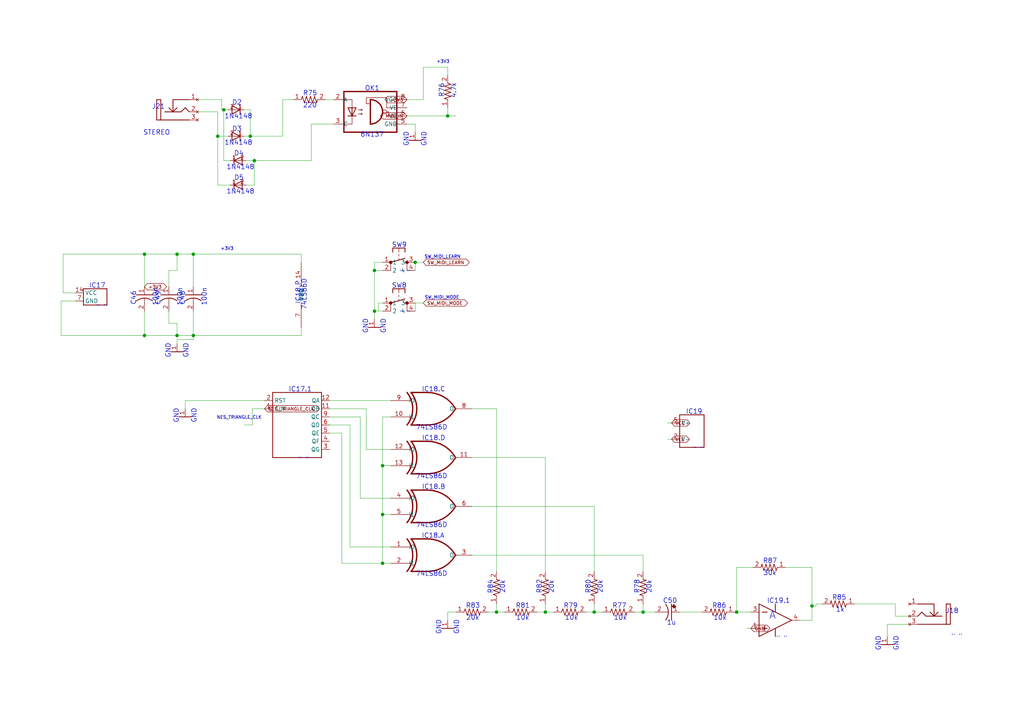
<source format=kicad_sch>
(kicad_sch (version 20231120) (generator "eeschema") (generator_version "8.0")
  (paper "User" 319.532 222.885)
  (lib_symbols
    (symbol "threshold-eagle-import:6N137SMT"
      (symbol "6N137SMT_1_0"
        (arc (start 0 -3.81) (mid 3.81 0) (end 0 3.81) (stroke (width 0.406)))
        (polyline (pts (xy -8.89 -3.81) (xy -5.715 -3.81)) (stroke (width 0.152)))
        (polyline (pts (xy -8.89 3.81) (xy -5.715 3.81)) (stroke (width 0.152)))
        (polyline (pts (xy -8.255 6.35) (xy -8.255 -6.35)) (stroke (width 0.406)))
        (polyline (pts (xy -5.715 -3.81) (xy -5.715 -1.27)) (stroke (width 0.152)))
        (polyline (pts (xy -5.715 -1.27) (xy -6.985 -1.27)) (stroke (width 0.254)))
        (polyline (pts (xy -5.715 -1.27) (xy -6.985 1.27)) (stroke (width 0.254)))
        (polyline (pts (xy -5.715 1.27) (xy -6.985 1.27)) (stroke (width 0.254)))
        (polyline (pts (xy -5.715 1.27) (xy -5.715 -1.27)) (stroke (width 0.254)))
        (polyline (pts (xy -5.715 1.27) (xy -5.715 3.81)) (stroke (width 0.152)))
        (polyline (pts (xy -4.445 -1.27) (xy -5.715 -1.27)) (stroke (width 0.254)))
        (polyline (pts (xy -4.445 1.27) (xy -5.715 -1.27)) (stroke (width 0.254)))
        (polyline (pts (xy -4.445 1.27) (xy -5.715 1.27)) (stroke (width 0.254)))
        (polyline (pts (xy -3.81 -0.635) (xy -2.54 -0.635)) (stroke (width 0.152)))
        (polyline (pts (xy -3.81 0.635) (xy -2.54 0.635)) (stroke (width 0.152)))
        (polyline (pts (xy -2.54 -0.635) (xy -2.921 -0.889)) (stroke (width 0.152)))
        (polyline (pts (xy -2.54 -0.635) (xy -2.921 -0.381)) (stroke (width 0.152)))
        (polyline (pts (xy -2.54 0.635) (xy -2.921 0.381)) (stroke (width 0.152)))
        (polyline (pts (xy -2.54 0.635) (xy -2.921 0.889)) (stroke (width 0.152)))
        (polyline (pts (xy -1.27 2.54) (xy -1.27 4.445)) (stroke (width 0.152)))
        (polyline (pts (xy -1.27 4.445) (xy 5.08 4.445)) (stroke (width 0.152)))
        (polyline (pts (xy 0 2.54) (xy -1.27 2.54)) (stroke (width 0.152)))
        (polyline (pts (xy 0 2.54) (xy 0 -3.81)) (stroke (width 0.406)))
        (polyline (pts (xy 0 3.81) (xy 0 2.54)) (stroke (width 0.406)))
        (polyline (pts (xy 5.08 0) (xy 5.715 0)) (stroke (width 0.152)))
        (polyline (pts (xy 5.08 1.27) (xy 8.89 1.27)) (stroke (width 0.152)))
        (polyline (pts (xy 5.08 4.445) (xy 5.08 1.27)) (stroke (width 0.152)))
        (polyline (pts (xy 5.715 -1.27) (xy 6.35 -1.27)) (stroke (width 0.152)))
        (polyline (pts (xy 5.715 0) (xy 5.715 -1.27)) (stroke (width 0.152)))
        (polyline (pts (xy 6.477 -1.27) (xy 8.89 -1.27)) (stroke (width 0.152)))
        (polyline (pts (xy 7.112 -3.81) (xy 8.89 -3.81)) (stroke (width 0.152)))
        (polyline (pts (xy 7.112 3.81) (xy 8.89 3.81)) (stroke (width 0.152)))
        (polyline (pts (xy 8.255 -6.35) (xy -8.255 -6.35)) (stroke (width 0.406)))
        (polyline (pts (xy 8.255 6.35) (xy -8.255 6.35)) (stroke (width 0.406)))
        (polyline (pts (xy 8.255 6.35) (xy 8.255 -6.35)) (stroke (width 0.406)))
        (circle (center 4.445 0) (radius 0.635) (stroke (width 0.152)))
        (pin passive line (at -11.43 3.81 0) (length 2.54) (name "A") (number "2"))
        (pin passive line (at -11.43 -3.81 0) (length 2.54) (name "C") (number "3"))
        (pin passive line (at 11.43 -3.81 180) (length 2.54) (name "GND") (number "5"))
        (pin passive line (at 11.43 -1.27 180) (length 2.54) (name "VO") (number "6"))
        (pin passive line (at 11.43 1.27 180) (length 2.54) (name "VE") (number "7"))
        (pin passive line (at 11.43 3.81 180) (length 2.54) (name "VCC") (number "8"))
      )
    )
    (symbol "threshold-eagle-import:74LS86D"
      (symbol "74LS86D_1_0"
        (arc (start -7.62 -5.08) (mid -5.838 -0.0001) (end -7.6199 5.0799) (stroke (width 0.406)))
        (arc (start -6.35 -5.08) (mid -4.568 -0.0001) (end -6.3499 5.0799) (stroke (width 0.406)))
        (arc (start -1.245 -5.068) (mid 3.837 -3.6891) (end 7.5439 0.0509) (stroke (width 0.406)))
        (polyline (pts (xy -7.62 -2.54) (xy -6.35 -2.54)) (stroke (width 0.152)))
        (polyline (pts (xy -7.62 2.54) (xy -6.35 2.54)) (stroke (width 0.152)))
        (polyline (pts (xy -1.27 -5.08) (xy -6.35 -5.08)) (stroke (width 0.406)))
        (polyline (pts (xy -1.27 5.08) (xy -6.35 5.08)) (stroke (width 0.406)))
        (arc (start 7.544 -0.051) (mid 3.8371 3.689) (end -1.2449 5.0679) (stroke (width 0.406)))
        (pin input line (at -12.7 2.54 0) (length 5.08) (name "I0") (number "1"))
        (pin input line (at -12.7 -2.54 0) (length 5.08) (name "I1") (number "2"))
        (pin output line (at 12.7 0 180) (length 5.08) (name "O") (number "3"))
      )
      (symbol "74LS86D_2_0"
        (arc (start -7.62 -5.08) (mid -5.838 -0.0001) (end -7.6199 5.0799) (stroke (width 0.406)))
        (arc (start -6.35 -5.08) (mid -4.568 -0.0001) (end -6.3499 5.0799) (stroke (width 0.406)))
        (arc (start -1.245 -5.068) (mid 3.837 -3.6891) (end 7.5439 0.0509) (stroke (width 0.406)))
        (polyline (pts (xy -7.62 -2.54) (xy -6.35 -2.54)) (stroke (width 0.152)))
        (polyline (pts (xy -7.62 2.54) (xy -6.35 2.54)) (stroke (width 0.152)))
        (polyline (pts (xy -1.27 -5.08) (xy -6.35 -5.08)) (stroke (width 0.406)))
        (polyline (pts (xy -1.27 5.08) (xy -6.35 5.08)) (stroke (width 0.406)))
        (arc (start 7.544 -0.051) (mid 3.8371 3.689) (end -1.2449 5.0679) (stroke (width 0.406)))
        (pin input line (at -12.7 2.54 0) (length 5.08) (name "I0") (number "4"))
        (pin input line (at -12.7 -2.54 0) (length 5.08) (name "I1") (number "5"))
        (pin output line (at 12.7 0 180) (length 5.08) (name "O") (number "6"))
      )
      (symbol "74LS86D_3_0"
        (arc (start -7.62 -5.08) (mid -5.838 -0.0001) (end -7.6199 5.0799) (stroke (width 0.406)))
        (arc (start -6.35 -5.08) (mid -4.568 -0.0001) (end -6.3499 5.0799) (stroke (width 0.406)))
        (arc (start -1.245 -5.068) (mid 3.837 -3.6891) (end 7.5439 0.0509) (stroke (width 0.406)))
        (polyline (pts (xy -7.62 -2.54) (xy -6.35 -2.54)) (stroke (width 0.152)))
        (polyline (pts (xy -7.62 2.54) (xy -6.35 2.54)) (stroke (width 0.152)))
        (polyline (pts (xy -1.27 -5.08) (xy -6.35 -5.08)) (stroke (width 0.406)))
        (polyline (pts (xy -1.27 5.08) (xy -6.35 5.08)) (stroke (width 0.406)))
        (arc (start 7.544 -0.051) (mid 3.8371 3.689) (end -1.2449 5.0679) (stroke (width 0.406)))
        (pin input line (at -12.7 -2.54 0) (length 5.08) (name "I1") (number "10"))
        (pin output line (at 12.7 0 180) (length 5.08) (name "O") (number "8"))
        (pin input line (at -12.7 2.54 0) (length 5.08) (name "I0") (number "9"))
      )
      (symbol "74LS86D_4_0"
        (arc (start -7.62 -5.08) (mid -5.838 -0.0001) (end -7.6199 5.0799) (stroke (width 0.406)))
        (arc (start -6.35 -5.08) (mid -4.568 -0.0001) (end -6.3499 5.0799) (stroke (width 0.406)))
        (arc (start -1.245 -5.068) (mid 3.837 -3.6891) (end 7.5439 0.0509) (stroke (width 0.406)))
        (polyline (pts (xy -7.62 -2.54) (xy -6.35 -2.54)) (stroke (width 0.152)))
        (polyline (pts (xy -7.62 2.54) (xy -6.35 2.54)) (stroke (width 0.152)))
        (polyline (pts (xy -1.27 -5.08) (xy -6.35 -5.08)) (stroke (width 0.406)))
        (polyline (pts (xy -1.27 5.08) (xy -6.35 5.08)) (stroke (width 0.406)))
        (arc (start 7.544 -0.051) (mid 3.8371 3.689) (end -1.2449 5.0679) (stroke (width 0.406)))
        (pin output line (at 12.7 0 180) (length 5.08) (name "O") (number "11"))
        (pin input line (at -12.7 2.54 0) (length 5.08) (name "I0") (number "12"))
        (pin input line (at -12.7 -2.54 0) (length 5.08) (name "I1") (number "13"))
      )
      (symbol "74LS86D_5_0"
        (pin power_in line (at 0 10.16 270) (length 7.62) (name "VCC") (number "14"))
        (pin power_in line (at 0 -10.16 90) (length 7.62) (name "GND") (number "7"))
      )
    )
    (symbol "threshold-eagle-import:C-USC0603"
      (symbol "C-USC0603_1_0"
        (polyline (pts (xy -2.54 1.27) (xy 2.54 1.27)) (stroke (width 0.254)))
        (polyline (pts (xy 0 0.254) (xy 0 -1.27)) (stroke (width 0.152)))
        (arc (start 0 0.254) (mid -1.3021 0.0399) (end -2.467 -0.58) (stroke (width 0.254)))
        (arc (start 2.489 -0.584) (mid 1.3157 0.0506) (end 0 0.2701) (stroke (width 0.254)))
        (pin passive line (at 0 3.81 270) (length 2.54) (name "1") (number "1"))
        (pin passive line (at 0 -3.81 90) (length 2.54) (name "2") (number "2"))
      )
    )
    (symbol "threshold-eagle-import:CPOL-USB_26"
      (symbol "CPOL-USB_26_1_0"
        (arc (start -1.172 -2.489) (mid -0.5374 -1.3157) (end -0.318 0) (stroke (width 0.254)))
        (arc (start -0.334 0) (mid -0.548 1.3021) (end -1.168 2.467) (stroke (width 0.254)))
        (polyline (pts (xy -0.334 0) (xy -1.858 0)) (stroke (width 0.152)))
        (polyline (pts (xy 0.682 2.54) (xy 0.682 -2.54)) (stroke (width 0.254)))
        (polyline (pts (xy 0.969 1.744) (xy 0.969 1.872)) (stroke (width 0.333)))
        (polyline (pts (xy 0.969 1.872) (xy 1.858 1.872)) (stroke (width 0.333)))
        (polyline (pts (xy 1.35 1.364) (xy 1.35 2.253)) (stroke (width 0.333)))
        (polyline (pts (xy 1.35 2.253) (xy 1.476 2.253)) (stroke (width 0.333)))
        (polyline (pts (xy 1.476 1.364) (xy 1.35 1.364)) (stroke (width 0.333)))
        (polyline (pts (xy 1.476 2.253) (xy 1.476 1.364)) (stroke (width 0.333)))
        (polyline (pts (xy 1.858 1.744) (xy 0.969 1.744)) (stroke (width 0.333)))
        (polyline (pts (xy 1.858 1.872) (xy 1.858 1.744)) (stroke (width 0.333)))
        (pin passive line (at 3.222 0 180) (length 2.54) (name "+") (number "1"))
        (pin passive line (at -4.398 0 0) (length 2.54) (name "-") (number "2"))
      )
    )
    (symbol "threshold-eagle-import:DIODE-SOD123_16"
      (symbol "DIODE-SOD123_16_1_0"
        (polyline (pts (xy -1.27 -1.27) (xy 1.27 -1.27)) (stroke (width 0.254)))
        (polyline (pts (xy -1.27 1.27) (xy 0 1.27)) (stroke (width 0.254)))
        (polyline (pts (xy 0 1.27) (xy -1.27 -1.27)) (stroke (width 0.254)))
        (polyline (pts (xy 0 1.27) (xy 1.27 1.27)) (stroke (width 0.254)))
        (polyline (pts (xy 1.27 -1.27) (xy 0 1.27)) (stroke (width 0.254)))
        (pin passive line (at 0 2.54 270) (length 2.54) (name "C") (number "1"))
        (pin passive line (at 0 -2.54 90) (length 2.54) (name "A") (number "2"))
      )
    )
    (symbol "threshold-eagle-import:GND" (power)
      (symbol "GND_1_0"
        (polyline (pts (xy -1.905 0) (xy 1.905 0)) (stroke (width 0.254)))
        (pin power_in line (at 0 2.54 270) (length 2.54) (name "GND") (number "1"))
      )
    )
    (symbol "threshold-eagle-import:LM321MF"
      (symbol "LM321MF_1_0"
        (polyline (pts (xy -5.08 -5.08) (xy 5.08 0)) (stroke (width 0.25)))
        (polyline (pts (xy -5.08 5.08) (xy -5.08 -5.08)) (stroke (width 0.25)))
        (polyline (pts (xy -5.08 5.08) (xy 5.08 0)) (stroke (width 0.25)))
        (polyline (pts (xy -4.064 -2.54) (xy -2.54 -2.54)) (stroke (width 0.25)))
        (polyline (pts (xy -4.064 2.54) (xy -2.54 2.54)) (stroke (width 0.25)))
        (polyline (pts (xy -3.302 -1.778) (xy -3.302 -3.302)) (stroke (width 0.25)))
        (polyline (pts (xy 0 -2.54) (xy 0 -5.08)) (stroke (width 0.25)))
        (polyline (pts (xy 0 5.08) (xy 0 2.54)) (stroke (width 0.25)))
        (pin input line (at -7.62 -2.54 0) (length 2.54) (name "IN+") (number "1"))
        (pin input line (at -7.62 2.54 0) (length 2.54) (name "IN-") (number "3"))
        (pin output line (at 7.62 0 180) (length 2.54) (name "OUT") (number "4"))
      )
      (symbol "LM321MF_2_0"
        (polyline (pts (xy -3.81 -5.08) (xy -3.81 5.08)) (stroke (width 0.25)))
        (polyline (pts (xy -3.81 5.08) (xy 3.81 5.08)) (stroke (width 0.25)))
        (polyline (pts (xy 3.81 -5.08) (xy -3.81 -5.08)) (stroke (width 0.25)))
        (polyline (pts (xy 3.81 5.08) (xy 3.81 -5.08)) (stroke (width 0.25)))
        (pin power_in line (at -6.35 -2.54 0) (length 2.54) (name "V-") (number "2"))
        (pin power_in line (at -6.35 2.54 0) (length 2.54) (name "V+") (number "5"))
      )
    )
    (symbol "threshold-eagle-import:M74HC4024M1R"
      (symbol "M74HC4024M1R_1_0"
        (polyline (pts (xy -7.62 -10.16) (xy -7.62 10.16)) (stroke (width 0.25)))
        (polyline (pts (xy -7.62 -10.16) (xy 7.62 -10.16)) (stroke (width 0.25)))
        (polyline (pts (xy -7.62 10.16) (xy 7.62 10.16)) (stroke (width 0.25)))
        (polyline (pts (xy 7.62 10.16) (xy 7.62 -10.16)) (stroke (width 0.25)))
        (pin input inverted (at -10.16 5.08 0) (length 2.54) (name "CLK") (number "1"))
        (pin output line (at 10.16 5.08 180) (length 2.54) (name "QB") (number "11"))
        (pin output line (at 10.16 7.62 180) (length 2.54) (name "QA") (number "12"))
        (pin input line (at -10.16 7.62 0) (length 2.54) (name "RST") (number "2"))
        (pin output line (at 10.16 -7.62 180) (length 2.54) (name "QG") (number "3"))
        (pin output line (at 10.16 -5.08 180) (length 2.54) (name "QF") (number "4"))
        (pin output line (at 10.16 -2.54 180) (length 2.54) (name "QE") (number "5"))
        (pin output line (at 10.16 0 180) (length 2.54) (name "QD") (number "6"))
        (pin output line (at 10.16 2.54 180) (length 2.54) (name "QC") (number "9"))
      )
      (symbol "M74HC4024M1R_2_0"
        (polyline (pts (xy -3.667 -2.54) (xy -3.667 2.54)) (stroke (width 0.25)))
        (polyline (pts (xy -3.667 2.54) (xy 3.667 2.54)) (stroke (width 0.25)))
        (polyline (pts (xy 3.667 -2.54) (xy -3.667 -2.54)) (stroke (width 0.25)))
        (polyline (pts (xy 3.667 2.54) (xy 3.667 -2.54)) (stroke (width 0.25)))
        (pin power_in line (at -6.207 1.27 0) (length 2.54) (name "VCC") (number "14"))
        (pin power_in line (at -6.207 -1.27 0) (length 2.54) (name "GND") (number "7"))
      )
    )
    (symbol "threshold-eagle-import:R-US_R0603"
      (symbol "R-US_R0603_1_0"
        (polyline (pts (xy -1.016 -2.159) (xy 1.016 -1.524)) (stroke (width 0.203)))
        (polyline (pts (xy -1.016 -0.889) (xy 1.016 -0.254)) (stroke (width 0.203)))
        (polyline (pts (xy -1.016 0.381) (xy 1.016 1.016)) (stroke (width 0.203)))
        (polyline (pts (xy -1.016 1.651) (xy 1.016 2.286)) (stroke (width 0.203)))
        (polyline (pts (xy 0 -2.54) (xy -1.016 -2.159)) (stroke (width 0.203)))
        (polyline (pts (xy 1.016 -1.524) (xy -1.016 -0.889)) (stroke (width 0.203)))
        (polyline (pts (xy 1.016 -0.254) (xy -1.016 0.381)) (stroke (width 0.203)))
        (polyline (pts (xy 1.016 1.016) (xy -1.016 1.651)) (stroke (width 0.203)))
        (polyline (pts (xy 1.016 2.286) (xy 0 2.54)) (stroke (width 0.203)))
        (pin passive line (at 0 -5.08 90) (length 2.54) (name "1") (number "1"))
        (pin passive line (at 0 5.08 270) (length 2.54) (name "2") (number "2"))
      )
    )
    (symbol "threshold-eagle-import:R-US_R0603_32"
      (symbol "R-US_R0603_32_1_0"
        (polyline (pts (xy -2.54 0) (xy -2.159 1.016)) (stroke (width 0.203)))
        (polyline (pts (xy -2.159 1.016) (xy -1.524 -1.016)) (stroke (width 0.203)))
        (polyline (pts (xy -1.524 -1.016) (xy -0.889 1.016)) (stroke (width 0.203)))
        (polyline (pts (xy -0.889 1.016) (xy -0.254 -1.016)) (stroke (width 0.203)))
        (polyline (pts (xy -0.254 -1.016) (xy 0.381 1.016)) (stroke (width 0.203)))
        (polyline (pts (xy 0.381 1.016) (xy 1.016 -1.016)) (stroke (width 0.203)))
        (polyline (pts (xy 1.016 -1.016) (xy 1.651 1.016)) (stroke (width 0.203)))
        (polyline (pts (xy 1.651 1.016) (xy 2.286 -1.016)) (stroke (width 0.203)))
        (polyline (pts (xy 2.286 -1.016) (xy 2.54 0)) (stroke (width 0.203)))
        (pin passive line (at -5.08 0 0) (length 2.54) (name "1") (number "1"))
        (pin passive line (at 5.08 0 180) (length 2.54) (name "2") (number "2"))
      )
    )
    (symbol "threshold-eagle-import:R-US_R0603_33"
      (symbol "R-US_R0603_33_1_0"
        (polyline (pts (xy -2.286 1.016) (xy -2.54 0)) (stroke (width 0.203)))
        (polyline (pts (xy -1.651 -1.016) (xy -2.286 1.016)) (stroke (width 0.203)))
        (polyline (pts (xy -1.016 1.016) (xy -1.651 -1.016)) (stroke (width 0.203)))
        (polyline (pts (xy -0.381 -1.016) (xy -1.016 1.016)) (stroke (width 0.203)))
        (polyline (pts (xy 0.254 1.016) (xy -0.381 -1.016)) (stroke (width 0.203)))
        (polyline (pts (xy 0.889 -1.016) (xy 0.254 1.016)) (stroke (width 0.203)))
        (polyline (pts (xy 1.524 1.016) (xy 0.889 -1.016)) (stroke (width 0.203)))
        (polyline (pts (xy 2.159 -1.016) (xy 1.524 1.016)) (stroke (width 0.203)))
        (polyline (pts (xy 2.54 0) (xy 2.159 -1.016)) (stroke (width 0.203)))
        (pin passive line (at 5.08 0 180) (length 2.54) (name "1") (number "1"))
        (pin passive line (at -5.08 0 0) (length 2.54) (name "2") (number "2"))
      )
    )
    (symbol "threshold-eagle-import:TAC_SWITCHPTH"
      (symbol "TAC_SWITCHPTH_1_0"
        (circle (center -2.54 -0.953) (radius 0.127) (stroke (width 0.406)))
        (polyline (pts (xy -2.54 -3.492) (xy -2.54 -0.952)) (stroke (width 0.152)))
        (polyline (pts (xy -2.54 -0.952) (xy 1.905 0.317)) (stroke (width 0.254)))
        (polyline (pts (xy -1.905 3.492) (xy -1.905 2.222)) (stroke (width 0.254)))
        (polyline (pts (xy 0 0.317) (xy 0 -0.317)) (stroke (width 0.152)))
        (polyline (pts (xy 0 1.587) (xy 0 0.952)) (stroke (width 0.152)))
        (polyline (pts (xy 0 3.492) (xy -1.905 3.492)) (stroke (width 0.254)))
        (polyline (pts (xy 0 3.492) (xy 0 2.222)) (stroke (width 0.152)))
        (polyline (pts (xy 1.905 -0.952) (xy 2.54 -0.952)) (stroke (width 0.254)))
        (polyline (pts (xy 1.905 3.492) (xy 0 3.492)) (stroke (width 0.254)))
        (polyline (pts (xy 1.905 3.492) (xy 1.905 2.222)) (stroke (width 0.254)))
        (polyline (pts (xy 2.54 -3.492) (xy 2.54 -0.952)) (stroke (width 0.152)))
        (circle (center 2.54 -0.953) (radius 0.127) (stroke (width 0.406)))
        (pin passive line (at -5.08 -0.952 0) (length 2.54) (name "1") (number "1"))
        (pin passive line (at -5.08 -3.492 0) (length 2.54) (name "2") (number "2"))
        (pin passive line (at 5.08 -0.952 180) (length 2.54) (name "3") (number "3"))
        (pin passive line (at 5.08 -3.492 180) (length 2.54) (name "4") (number "4"))
      )
    )
    (symbol "threshold-eagle-import:THONKICONN"
      (symbol "THONKICONN_1_0"
        (polyline (pts (xy 0 0) (xy 0 6.35)) (stroke (width 0.25)))
        (polyline (pts (xy 0 6.35) (xy 1.27 6.35)) (stroke (width 0.25)))
        (polyline (pts (xy 1.27 0) (xy 0 0)) (stroke (width 0.25)))
        (polyline (pts (xy 1.27 0) (xy 10.16 0)) (stroke (width 0.25)))
        (polyline (pts (xy 1.27 6.35) (xy 1.27 0)) (stroke (width 0.25)))
        (polyline (pts (xy 3.81 3.81) (xy 5.08 2.54)) (stroke (width 0.25)))
        (polyline (pts (xy 5.08 2.54) (xy 5.08 6.35)) (stroke (width 0.25)))
        (polyline (pts (xy 6.35 3.81) (xy 5.08 2.54)) (stroke (width 0.25)))
        (polyline (pts (xy 7.62 2.54) (xy 2.54 2.54)) (stroke (width 0.25)))
        (polyline (pts (xy 8.89 3.81) (xy 7.62 2.54)) (stroke (width 0.25)))
        (polyline (pts (xy 10.16 2.54) (xy 8.89 3.81)) (stroke (width 0.25)))
        (polyline (pts (xy 10.16 6.35) (xy 5.08 6.35)) (stroke (width 0.25)))
        (pin no_connect line (at 12.7 6.35 180) (length 2.54) (name "TN") (number "1"))
        (pin no_connect line (at 12.7 2.54 180) (length 2.54) (name "Tip") (number "2"))
        (pin no_connect line (at 12.7 0 180) (length 2.54) (name "GND") (number "3"))
      )
    )
    (symbol "threshold-eagle-import:THONKICONN_35"
      (symbol "THONKICONN_35_1_0"
        (polyline (pts (xy 0 -6.35) (xy 0 0)) (stroke (width 0.25)))
        (polyline (pts (xy 0 0) (xy 1.27 0)) (stroke (width 0.25)))
        (polyline (pts (xy 1.27 -6.35) (xy 0 -6.35)) (stroke (width 0.25)))
        (polyline (pts (xy 1.27 0) (xy 1.27 -6.35)) (stroke (width 0.25)))
        (polyline (pts (xy 1.27 0) (xy 10.16 0)) (stroke (width 0.25)))
        (polyline (pts (xy 3.81 -3.81) (xy 5.08 -2.54)) (stroke (width 0.25)))
        (polyline (pts (xy 5.08 -2.54) (xy 5.08 -6.35)) (stroke (width 0.25)))
        (polyline (pts (xy 6.35 -3.81) (xy 5.08 -2.54)) (stroke (width 0.25)))
        (polyline (pts (xy 7.62 -2.54) (xy 2.54 -2.54)) (stroke (width 0.25)))
        (polyline (pts (xy 8.89 -3.81) (xy 7.62 -2.54)) (stroke (width 0.25)))
        (polyline (pts (xy 10.16 -6.35) (xy 5.08 -6.35)) (stroke (width 0.25)))
        (polyline (pts (xy 10.16 -2.54) (xy 8.89 -3.81)) (stroke (width 0.25)))
        (pin no_connect line (at 12.7 -6.35 180) (length 2.54) (name "TN") (number "1"))
        (pin no_connect line (at 12.7 -2.54 180) (length 2.54) (name "Tip") (number "2"))
        (pin no_connect line (at 12.7 0 180) (length 2.54) (name "GND") (number "3"))
      )
    )
  )
  (junction (at 79.375 50.165))
  (junction (at 67.945 42.545))
  (junction (at 185.42 191.135))
  (junction (at 60.325 79.375))
  (junction (at 129.54 81.915))
  (junction (at 116.84 97.155))
  (junction (at 119.38 145.415))
  (junction (at 69.85 34.29))
  (junction (at 154.94 191.135))
  (junction (at 229.87 191.135))
  (junction (at 170.18 191.135))
  (junction (at 45.085 79.375))
  (junction (at 119.38 175.895))
  (junction (at 78.105 42.545))
  (junction (at 116.84 84.455))
  (junction (at 45.085 104.775))
  (junction (at 253.365 189.23))
  (junction (at 139.7 36.195))
  (junction (at 119.38 160.655))
  (junction (at 55.245 79.375))
  (junction (at 60.325 104.775))
  (junction (at 200.66 191.135))
  (junction (at 55.245 104.775))
  (wire (pts (xy 139.7 36.195) (xy 139.7 33.655)) (stroke (width 0.1)))
  (wire (pts (xy 119.38 84.455) (xy 116.84 84.455)) (stroke (width 0.1)))
  (wire (pts (xy 45.085 97.155) (xy 45.085 104.775)) (stroke (width 0.1)))
  (wire (pts (xy 60.325 97.155) (xy 60.325 104.775)) (stroke (width 0.1)))
  (wire (pts (xy 119.38 94.615) (xy 118.11 94.615)) (stroke (width 0.1)))
  (wire (pts (xy 104.14 31.115) (xy 101.6 31.115)) (stroke (width 0.1)))
  (wire (pts (xy 119.38 175.895) (xy 121.92 175.895)) (stroke (width 0.1)))
  (wire (pts (xy 78.105 42.545) (xy 76.2 42.545)) (stroke (width 0.1)))
  (wire (pts (xy 67.945 34.925) (xy 61.595 34.925)) (stroke (width 0.1)))
  (wire (pts (xy 71.12 34.29) (xy 69.85 34.29)) (stroke (width 0.1)))
  (wire (pts (xy 76.835 57.785) (xy 79.375 57.785)) (stroke (width 0.1)))
  (wire (pts (xy 279.4 192.405) (xy 283.845 192.405)) (stroke (width 0.1)))
  (wire (pts (xy 254.635 189.23) (xy 253.365 189.23)) (stroke (width 0.1)))
  (wire (pts (xy 78.74 127.635) (xy 78.74 132.715)) (stroke (width 0.1)))
  (wire (pts (xy 60.325 104.775) (xy 60.325 106.045)) (stroke (width 0.1)))
  (wire (pts (xy 97.155 38.735) (xy 97.155 50.165)) (stroke (width 0.1)))
  (wire (pts (xy 52.705 100.965) (xy 55.245 100.965)) (stroke (width 0.1)))
  (wire (pts (xy 55.245 104.775) (xy 60.325 104.775)) (stroke (width 0.1)))
  (wire (pts (xy 57.785 125.095) (xy 82.55 125.095)) (stroke (width 0.1)))
  (wire (pts (xy 116.84 97.155) (xy 119.38 97.155)) (stroke (width 0.1)))
  (wire (pts (xy 132.08 81.915) (xy 129.54 81.915)) (stroke (width 0.1)))
  (wire (pts (xy 119.38 81.915) (xy 116.84 81.915)) (stroke (width 0.1)))
  (wire (pts (xy 19.685 79.375) (xy 45.085 79.375)) (stroke (width 0.1)))
  (wire (pts (xy 219.075 191.135) (xy 212.09 191.135)) (stroke (width 0.1)))
  (wire (pts (xy 127 31.115) (xy 132.08 31.115)) (stroke (width 0.1)))
  (wire (pts (xy 88.265 42.545) (xy 88.265 31.115)) (stroke (width 0.1)))
  (wire (pts (xy 139.7 20.955) (xy 139.7 23.495)) (stroke (width 0.1)))
  (wire (pts (xy 52.705 89.535) (xy 52.705 84.455)) (stroke (width 0.1)))
  (wire (pts (xy 55.245 106.045) (xy 55.245 107.315)) (stroke (width 0.1)))
  (wire (pts (xy 79.375 50.165) (xy 76.835 50.165)) (stroke (width 0.1)))
  (wire (pts (xy 170.18 142.875) (xy 170.18 178.435)) (stroke (width 0.1)))
  (wire (pts (xy 69.215 31.115) (xy 61.595 31.115)) (stroke (width 0.1)))
  (wire (pts (xy 78.74 132.715) (xy 76.2 132.715)) (stroke (width 0.1)))
  (wire (pts (xy 279.4 188.595) (xy 279.4 192.405)) (stroke (width 0.1)))
  (wire (pts (xy 76.2 34.29) (xy 78.105 34.29)) (stroke (width 0.1)))
  (wire (pts (xy 116.84 81.915) (xy 116.84 84.455)) (stroke (width 0.1)))
  (wire (pts (xy 256.54 188.595) (xy 254.635 188.595)) (stroke (width 0.1)))
  (wire (pts (xy 129.54 38.735) (xy 129.54 41.275)) (stroke (width 0.1)))
  (wire (pts (xy 209.55 132.08) (xy 208.28 132.08)) (stroke (width 0.1)))
  (wire (pts (xy 55.245 79.375) (xy 45.085 79.375)) (stroke (width 0.1)))
  (wire (pts (xy 102.87 125.095) (xy 121.92 125.095)) (stroke (width 0.1)))
  (wire (pts (xy 116.84 97.155) (xy 116.84 99.695)) (stroke (width 0.1)))
  (wire (pts (xy 200.66 173.355) (xy 200.66 178.435)) (stroke (width 0.1)))
  (wire (pts (xy 102.87 132.715) (xy 109.22 132.715)) (stroke (width 0.1)))
  (wire (pts (xy 78.105 42.545) (xy 88.265 42.545)) (stroke (width 0.1)))
  (wire (pts (xy 114.3 127.635) (xy 114.3 140.335)) (stroke (width 0.1)))
  (wire (pts (xy 254.635 188.595) (xy 254.635 189.23)) (stroke (width 0.1)))
  (wire (pts (xy 114.3 140.335) (xy 121.92 140.335)) (stroke (width 0.1)))
  (wire (pts (xy 119.38 145.415) (xy 121.92 145.415)) (stroke (width 0.1)))
  (wire (pts (xy 60.325 89.535) (xy 60.325 79.375)) (stroke (width 0.1)))
  (wire (pts (xy 119.38 130.175) (xy 121.92 130.175)) (stroke (width 0.1)))
  (wire (pts (xy 139.7 191.135) (xy 139.7 193.675)) (stroke (width 0.1)))
  (wire (pts (xy 45.085 89.535) (xy 45.085 79.375)) (stroke (width 0.1)))
  (wire (pts (xy 200.66 191.135) (xy 200.66 188.595)) (stroke (width 0.1)))
  (wire (pts (xy 167.64 191.135) (xy 170.18 191.135)) (stroke (width 0.1)))
  (wire (pts (xy 118.11 94.615) (xy 118.11 97.155)) (stroke (width 0.1)))
  (wire (pts (xy 142.24 191.135) (xy 139.7 191.135)) (stroke (width 0.1)))
  (wire (pts (xy 129.54 94.615) (xy 129.54 97.155)) (stroke (width 0.1)))
  (wire (pts (xy 154.94 191.135) (xy 157.48 191.135)) (stroke (width 0.1)))
  (wire (pts (xy 182.88 191.135) (xy 185.42 191.135)) (stroke (width 0.1)))
  (wire (pts (xy 79.375 57.785) (xy 79.375 50.165)) (stroke (width 0.1)))
  (wire (pts (xy 109.22 132.715) (xy 109.22 170.815)) (stroke (width 0.1)))
  (wire (pts (xy 19.05 93.98) (xy 19.05 104.775)) (stroke (width 0.1)))
  (wire (pts (xy 147.32 158.115) (xy 185.42 158.115)) (stroke (width 0.1)))
  (wire (pts (xy 69.85 50.165) (xy 71.755 50.165)) (stroke (width 0.1)))
  (wire (pts (xy 112.395 130.175) (xy 112.395 155.575)) (stroke (width 0.1)))
  (wire (pts (xy 253.365 193.675) (xy 249.555 193.675)) (stroke (width 0.1)))
  (wire (pts (xy 119.38 175.895) (xy 119.38 160.655)) (stroke (width 0.1)))
  (wire (pts (xy 127 36.195) (xy 139.7 36.195)) (stroke (width 0.1)))
  (wire (pts (xy 152.4 191.135) (xy 154.94 191.135)) (stroke (width 0.1)))
  (wire (pts (xy 109.22 170.815) (xy 121.92 170.815)) (stroke (width 0.1)))
  (wire (pts (xy 93.98 79.375) (xy 93.98 81.915)) (stroke (width 0.1)))
  (wire (pts (xy 69.215 34.29) (xy 69.215 31.115)) (stroke (width 0.1)))
  (wire (pts (xy 82.55 127.635) (xy 78.74 127.635)) (stroke (width 0.1)))
  (wire (pts (xy 60.325 79.375) (xy 93.98 79.375)) (stroke (width 0.1)))
  (wire (pts (xy 23.495 93.98) (xy 19.05 93.98)) (stroke (width 0.1)))
  (wire (pts (xy 55.245 104.775) (xy 45.085 104.775)) (stroke (width 0.1)))
  (wire (pts (xy 132.08 20.955) (xy 139.7 20.955)) (stroke (width 0.1)))
  (wire (pts (xy 185.42 188.595) (xy 185.42 191.135)) (stroke (width 0.1)))
  (wire (pts (xy 19.05 104.775) (xy 45.085 104.775)) (stroke (width 0.1)))
  (wire (pts (xy 23.495 91.44) (xy 19.685 91.44)) (stroke (width 0.1)))
  (wire (pts (xy 67.945 57.785) (xy 71.755 57.785)) (stroke (width 0.1)))
  (wire (pts (xy 104.14 38.735) (xy 97.155 38.735)) (stroke (width 0.1)))
  (wire (pts (xy 69.85 34.29) (xy 69.85 50.165)) (stroke (width 0.1)))
  (wire (pts (xy 55.245 79.375) (xy 60.325 79.375)) (stroke (width 0.1)))
  (wire (pts (xy 185.42 158.115) (xy 185.42 178.435)) (stroke (width 0.1)))
  (wire (pts (xy 198.12 191.135) (xy 200.66 191.135)) (stroke (width 0.1)))
  (wire (pts (xy 129.54 81.915) (xy 129.54 84.455)) (stroke (width 0.1)))
  (wire (pts (xy 102.87 127.635) (xy 114.3 127.635)) (stroke (width 0.1)))
  (wire (pts (xy 132.08 31.115) (xy 132.08 20.955)) (stroke (width 0.1)))
  (wire (pts (xy 229.235 191.135) (xy 229.87 191.135)) (stroke (width 0.1)))
  (wire (pts (xy 112.395 155.575) (xy 121.92 155.575)) (stroke (width 0.1)))
  (wire (pts (xy 69.85 34.29) (xy 69.215 34.29)) (stroke (width 0.1)))
  (wire (pts (xy 19.685 91.44) (xy 19.685 79.375)) (stroke (width 0.1)))
  (wire (pts (xy 132.08 94.615) (xy 129.54 94.615)) (stroke (width 0.1)))
  (wire (pts (xy 60.325 104.775) (xy 93.98 104.775)) (stroke (width 0.1)))
  (wire (pts (xy 147.32 173.355) (xy 200.66 173.355)) (stroke (width 0.1)))
  (wire (pts (xy 253.365 177.165) (xy 253.365 189.23)) (stroke (width 0.1)))
  (wire (pts (xy 102.87 135.255) (xy 106.68 135.255)) (stroke (width 0.1)))
  (wire (pts (xy 154.94 127.635) (xy 154.94 178.435)) (stroke (width 0.1)))
  (wire (pts (xy 93.98 104.775) (xy 93.98 102.235)) (stroke (width 0.1)))
  (wire (pts (xy 147.32 127.635) (xy 154.94 127.635)) (stroke (width 0.1)))
  (wire (pts (xy 209.55 137.16) (xy 208.28 137.16)) (stroke (width 0.1)))
  (wire (pts (xy 55.245 100.965) (xy 55.245 104.775)) (stroke (width 0.1)))
  (wire (pts (xy 60.325 106.045) (xy 55.245 106.045)) (stroke (width 0.1)))
  (wire (pts (xy 245.11 177.165) (xy 253.365 177.165)) (stroke (width 0.1)))
  (wire (pts (xy 116.84 84.455) (xy 116.84 97.155)) (stroke (width 0.1)))
  (wire (pts (xy 229.87 177.165) (xy 229.87 191.135)) (stroke (width 0.1)))
  (wire (pts (xy 276.86 194.945) (xy 276.86 198.755)) (stroke (width 0.1)))
  (wire (pts (xy 55.245 84.455) (xy 55.245 79.375)) (stroke (width 0.1)))
  (wire (pts (xy 200.66 191.135) (xy 204.47 191.135)) (stroke (width 0.1)))
  (wire (pts (xy 154.94 188.595) (xy 154.94 191.135)) (stroke (width 0.1)))
  (wire (pts (xy 234.95 177.165) (xy 229.87 177.165)) (stroke (width 0.1)))
  (wire (pts (xy 234.315 196.215) (xy 233.045 196.215)) (stroke (width 0.1)))
  (wire (pts (xy 52.705 84.455) (xy 55.245 84.455)) (stroke (width 0.1)))
  (wire (pts (xy 119.38 145.415) (xy 119.38 130.175)) (stroke (width 0.1)))
  (wire (pts (xy 119.38 160.655) (xy 121.92 160.655)) (stroke (width 0.1)))
  (wire (pts (xy 139.7 36.195) (xy 142.24 36.195)) (stroke (width 0.1)))
  (wire (pts (xy 119.38 160.655) (xy 119.38 145.415)) (stroke (width 0.1)))
  (wire (pts (xy 88.265 31.115) (xy 91.44 31.115)) (stroke (width 0.1)))
  (wire (pts (xy 71.12 42.545) (xy 67.945 42.545)) (stroke (width 0.1)))
  (wire (pts (xy 106.68 175.895) (xy 119.38 175.895)) (stroke (width 0.1)))
  (wire (pts (xy 147.32 142.875) (xy 170.18 142.875)) (stroke (width 0.1)))
  (wire (pts (xy 229.87 191.135) (xy 234.315 191.135)) (stroke (width 0.1)))
  (wire (pts (xy 170.18 191.135) (xy 172.72 191.135)) (stroke (width 0.1)))
  (wire (pts (xy 253.365 189.23) (xy 253.365 193.675)) (stroke (width 0.1)))
  (wire (pts (xy 266.7 188.595) (xy 279.4 188.595)) (stroke (width 0.1)))
  (wire (pts (xy 106.68 135.255) (xy 106.68 175.895)) (stroke (width 0.1)))
  (wire (pts (xy 57.785 127.635) (xy 57.785 125.095)) (stroke (width 0.1)))
  (wire (pts (xy 170.18 188.595) (xy 170.18 191.135)) (stroke (width 0.1)))
  (wire (pts (xy 78.105 34.29) (xy 78.105 42.545)) (stroke (width 0.1)))
  (wire (pts (xy 97.155 50.165) (xy 79.375 50.165)) (stroke (width 0.1)))
  (wire (pts (xy 283.845 194.945) (xy 276.86 194.945)) (stroke (width 0.1)))
  (wire (pts (xy 67.945 42.545) (xy 67.945 34.925)) (stroke (width 0.1)))
  (wire (pts (xy 102.87 130.175) (xy 112.395 130.175)) (stroke (width 0.1)))
  (wire (pts (xy 127 38.735) (xy 129.54 38.735)) (stroke (width 0.1)))
  (wire (pts (xy 185.42 191.135) (xy 187.96 191.135)) (stroke (width 0.1)))
  (wire (pts (xy 67.945 42.545) (xy 67.945 57.785)) (stroke (width 0.1)))
  (wire (pts (xy 52.705 97.155) (xy 52.705 100.965)) (stroke (width 0.1)))
  (text "220" (at 94.518 32.131 0) (effects (font (size 1.48 1.48)) (justify left top)))
  (text "10k" (at 191.475 192.151 0) (effects (font (size 1.48 1.48)) (justify left top)))
  (text "R82" (at 169.164 185.516 90) (effects (font (size 1.48 1.48)) (justify left bottom)))
  (text "R85" (at 259.619 187.579 0) (effects (font (size 1.48 1.48)) (justify left bottom)))
  (text "R76" (at 138.684 30.54 90) (effects (font (size 1.48 1.48)) (justify left bottom)))
  (text "6N137" (at 112.441 41.275 0) (effects (font (size 1.48 1.48)) (justify left top)))
  (text "\" \"" (at 92.945 142.875 0) (effects (font (size 1.48 1.48)) (justify left top)))
  (text "10k" (at 160.995 192.151 0) (effects (font (size 1.48 1.48)) (justify left top)))
  (text "\" \"" (at 216.135 139.7 0) (effects (font (size 1.48 1.48)) (justify left top)))
  (text "20k" (at 155.956 185.407 90) (effects (font (size 1.48 1.48)) (justify left top)))
  (text "R81" (at 160.887 190.119 0) (effects (font (size 1.48 1.48)) (justify left bottom)))
  (text "A" (at 239.903 190.752 0) (effects (font (size 2.467 2.467)) (justify left top)))
  (text "J21" (at 47.366 34.29 0) (effects (font (size 1.48 1.48)) (justify left bottom)))
  (text "SW_MIDI_MODE" (at 132.483 92.449 0) (effects (font (size 0.987 0.987)) (justify left top)))
  (text "GND" (at 141.605 198.253 90) (effects (font (size 1.48 1.48)) (justify left top)))
  (text "IC18.B" (at 131.621 153.035 0) (effects (font (size 1.48 1.48)) (justify left bottom)))
  (text "IC18.A" (at 131.547 168.275 0) (effects (font (size 1.48 1.48)) (justify left bottom)))
  (text "D2" (at 72.404 33.02 0) (effects (font (size 1.48 1.48)) (justify left bottom)))
  (text "R79" (at 175.834 190.119 0) (effects (font (size 1.48 1.48)) (justify left bottom)))
  (text "OK1" (at 113.823 28.575 0) (effects (font (size 1.48 1.48)) (justify left bottom)))
  (text "R83" (at 145.319 190.119 0) (effects (font (size 1.48 1.48)) (justify left bottom)))
  (text "100n" (at 62.865 95.655 90) (effects (font (size 1.48 1.48)) (justify left top)))
  (text "\" \"" (at 242.17 198.755 0) (effects (font (size 1.48 1.48)) (justify left top)))
  (text "GND" (at 274.955 203.333 90) (effects (font (size 1.48 1.48)) (justify left bottom)))
  (text "10k" (at 222.59 192.151 0) (effects (font (size 1.48 1.48)) (justify left top)))
  (text "\" \"" (at 29.937 95.25 0) (effects (font (size 1.48 1.48)) (justify left top)))
  (text "+3V3" (at 136.149 18.789 0) (effects (font (size 0.987 0.987)) (justify left top)))
  (text "74LS86D" (at 94.04 96.985 90) (effects (font (size 1.48 1.48)) (justify left top)))
  (text "1k" (at 260.801 189.611 0) (effects (font (size 1.48 1.48)) (justify left top)))
  (text "D5" (at 73.039 56.515 0) (effects (font (size 1.48 1.48)) (justify left bottom)))
  (text "IC19" (at 213.99 129.54 0) (effects (font (size 1.48 1.48)) (justify left bottom)))
  (text "C50" (at 206.83 188.595 0) (effects (font (size 1.48 1.48)) (justify left bottom)))
  (text "GND" (at 118.745 104.273 90) (effects (font (size 1.48 1.48)) (justify left top)))
  (text "IC17" (at 27.756 90.17 0) (effects (font (size 1.48 1.48)) (justify left bottom)))
  (text "74LS86D" (at 129.71 132.715 0) (effects (font (size 1.48 1.48)) (justify left top)))
  (text "IC18.P" (at 93.92 95.074 90) (effects (font (size 1.48 1.48)) (justify left bottom)))
  (text "IC19.1" (at 239.299 188.595 0) (effects (font (size 1.48 1.48)) (justify left bottom)))
  (text "+3V3" (at 68.801 77.209 0) (effects (font (size 0.987 0.987)) (justify left top)))
  (text "IC18.C" (at 131.585 122.555 0) (effects (font (size 1.48 1.48)) (justify left bottom)))
  (text "20k" (at 171.196 185.407 90) (effects (font (size 1.48 1.48)) (justify left top)))
  (text "J18" (at 295.017 191.77 0) (effects (font (size 1.48 1.48)) (justify left bottom)))
  (text "20k" (at 201.676 185.407 90) (effects (font (size 1.48 1.48)) (justify left top)))
  (text "74LS86D" (at 129.71 163.195 0) (effects (font (size 1.48 1.48)) (justify left top)))
  (text "STEREO" (at 44.658 40.64 0) (effects (font (size 1.48 1.48)) (justify left top)))
  (text "\" \"" (at 124.695 84.455 0) (effects (font (size 1.48 1.48)) (justify left top)))
  (text "GND" (at 137.795 198.253 90) (effects (font (size 1.48 1.48)) (justify left bottom)))
  (text "GND" (at 59.69 132.213 90) (effects (font (size 1.48 1.48)) (justify left top)))
  (text "R84" (at 153.924 185.552 90) (effects (font (size 1.48 1.48)) (justify left bottom)))
  (text "\" \"" (at 124.695 97.155 0) (effects (font (size 1.48 1.48)) (justify left top)))
  (text "IC17.1" (at 90.038 122.555 0) (effects (font (size 1.48 1.48)) (justify left bottom)))
  (text "100n" (at 55.245 95.655 90) (effects (font (size 1.48 1.48)) (justify left top)))
  (text "R87" (at 238.029 176.149 0) (effects (font (size 1.48 1.48)) (justify left bottom)))
  (text "R75" (at 94.518 30.099 0) (effects (font (size 1.48 1.48)) (justify left bottom)))
  (text "GND" (at 278.765 203.333 90) (effects (font (size 1.48 1.48)) (justify left top)))
  (text "1u" (at 208.049 193.675 0) (effects (font (size 1.48 1.48)) (justify left top)))
  (text "D4" (at 73.003 48.895 0) (effects (font (size 1.48 1.48)) (justify left bottom)))
  (text "GND" (at 53.34 111.893 90) (effects (font (size 1.48 1.48)) (justify left bottom)))
  (text "R80" (at 184.404 185.516 90) (effects (font (size 1.48 1.48)) (justify left bottom)))
  (text "D3" (at 72.404 41.275 0) (effects (font (size 1.48 1.48)) (justify left bottom)))
  (text "IC18.D" (at 131.621 137.795 0) (effects (font (size 1.48 1.48)) (justify left bottom)))
  (text "R86" (at 222.191 190.119 0) (effects (font (size 1.48 1.48)) (justify left bottom)))
  (text "74LS86D" (at 129.71 178.435 0) (effects (font (size 1.48 1.48)) (justify left top)))
  (text "SW8" (at 122.24 90.17 0) (effects (font (size 1.48 1.48)) (justify left bottom)))
  (text "GND" (at 127.635 45.853 90) (effects (font (size 1.48 1.48)) (justify left bottom)))
  (text "C48" (at 57.785 95.418 90) (effects (font (size 1.48 1.48)) (justify left bottom)))
  (text "NES_TRIANGLE_CLK" (at 67.598 129.914 0) (effects (font (size 0.987 0.987)) (justify left top)))
  (text "100n" (at 47.625 95.655 90) (effects (font (size 1.48 1.48)) (justify left top)))
  (text "4.7k" (at 140.716 30.812 90) (effects (font (size 1.48 1.48)) (justify left top)))
  (text "20k" (at 186.436 185.407 90) (effects (font (size 1.48 1.48)) (justify left top)))
  (text "\" \"" (at 296.78 198.12 0) (effects (font (size 1.48 1.48)) (justify left top)))
  (text "10k" (at 176.235 192.151 0) (effects (font (size 1.48 1.48)) (justify left top)))
  (text "20k" (at 145.428 192.151 0) (effects (font (size 1.48 1.48)) (justify left top)))
  (text "C49" (at 50.165 95.383 90) (effects (font (size 1.48 1.48)) (justify left bottom)))
  (text "1N4148" (at 70.64 51.435 0) (effects (font (size 1.48 1.48)) (justify left top)))
  (text "1N4148" (at 70.005 35.56 0) (effects (font (size 1.48 1.48)) (justify left top)))
  (text "1N4148" (at 70.64 59.055 0) (effects (font (size 1.48 1.48)) (justify left top)))
  (text "GND" (at 55.88 132.213 90) (effects (font (size 1.48 1.48)) (justify left bottom)))
  (text "SW9" (at 122.275 77.47 0) (effects (font (size 1.48 1.48)) (justify left bottom)))
  (text "GND" (at 131.445 45.853 90) (effects (font (size 1.48 1.48)) (justify left top)))
  (text "R77" (at 191.038 190.119 0) (effects (font (size 1.48 1.48)) (justify left bottom)))
  (text "74LS86D" (at 129.71 147.955 0) (effects (font (size 1.48 1.48)) (justify left top)))
  (text "C46" (at 42.545 95.382 90) (effects (font (size 1.48 1.48)) (justify left bottom)))
  (text "GND" (at 57.15 111.893 90) (effects (font (size 1.48 1.48)) (justify left top)))
  (text "R78" (at 199.644 185.516 90) (effects (font (size 1.48 1.48)) (justify left bottom)))
  (text "SW_MIDI_LEARN" (at 132.408 79.749 0) (effects (font (size 0.987 0.987)) (justify left top)))
  (text "30k" (at 238.138 178.181 0) (effects (font (size 1.48 1.48)) (justify left top)))
  (text "1N4148" (at 70.005 43.815 0) (effects (font (size 1.48 1.48)) (justify left top)))
  (text "GND" (at 114.935 104.273 90) (effects (font (size 1.48 1.48)) (justify left bottom)))
  (global_label "+3V3" (shape bidirectional) (at 45.085 89.535 0) (effects (font (size 1.016 1.016))) (property "Intersheetrefs" "${INTERSHEET_REFS}" (effects (hide yes))))
  (global_label "SW_MIDI_LEARN" (shape bidirectional) (at 132.08 81.915 0) (effects (font (size 1.016 1.016))) (property "Intersheetrefs" "${INTERSHEET_REFS}" (effects (hide yes))))
  (global_label "SW_MIDI_MODE" (shape bidirectional) (at 132.08 94.615 0) (effects (font (size 1.016 1.016))) (property "Intersheetrefs" "${INTERSHEET_REFS}" (effects (hide yes))))
  (global_label "GND" (shape bidirectional) (at 234.315 196.215 0) (effects (font (size 1.016 1.016))) (property "Intersheetrefs" "${INTERSHEET_REFS}" (effects (hide yes))))
  (global_label "NES_TRIANGLE_CLK" (shape bidirectional) (at 82.55 127.635 0) (effects (font (size 1.016 1.016))) (property "Intersheetrefs" "${INTERSHEET_REFS}" (effects (hide yes))))
  (global_label "MIDI_IN" (shape bidirectional) (at 127 36.195 180) (effects (font (size 1.016 1.016))) (property "Intersheetrefs" "${INTERSHEET_REFS}" (effects (hide yes))))
  (global_label "+3V3" (shape bidirectional) (at 127 31.115 180) (effects (font (size 1.016 1.016))) (property "Intersheetrefs" "${INTERSHEET_REFS}" (effects (hide yes))))
  (global_label "VEE" (shape bidirectional) (at 209.55 137.16 0) (effects (font (size 1.016 1.016))) (property "Intersheetrefs" "${INTERSHEET_REFS}" (effects (hide yes))))
  (global_label "VCC" (shape bidirectional) (at 209.55 132.08 0) (effects (font (size 1.016 1.016))) (property "Intersheetrefs" "${INTERSHEET_REFS}" (effects (hide yes))))
  (symbol (lib_id "threshold-eagle-import:R-US_R0603_33") (at 224.155 191.135 0) (unit 1)
    (property "Reference" "R86" (effects (hide yes)))
    (property "Value" "10k" (effects (hide yes)))
    (property "Footprint" "threshold:RES_0603" (effects (hide yes)))
  )
  (symbol (lib_id "threshold-eagle-import:R-US_R0603_32") (at 162.56 191.135 0) (unit 1)
    (property "Reference" "R81" (effects (hide yes)))
    (property "Value" "10k" (effects (hide yes)))
    (property "Footprint" "threshold:RES_0603" (effects (hide yes)))
  )
  (symbol (lib_id "threshold-eagle-import:C-USC0603") (at 60.325 93.345 0) (unit 1)
    (property "Reference" "C48" (effects (hide yes)))
    (property "Value" "100n" (effects (hide yes)))
    (property "Footprint" "threshold:CAP_0603" (effects (hide yes)))
  )
  (symbol (lib_id "threshold-eagle-import:R-US_R0603_32") (at 96.52 31.115 0) (unit 1)
    (property "Reference" "R75" (effects (hide yes)))
    (property "Value" "220" (effects (hide yes)))
    (property "Footprint" "threshold:RES_0603" (effects (hide yes)))
  )
  (symbol (lib_id "threshold-eagle-import:R-US_R0603_33") (at 261.62 188.595 0) (unit 1)
    (property "Reference" "R85" (effects (hide yes)))
    (property "Value" "1k" (effects (hide yes)))
    (property "Footprint" "threshold:RES_0603" (effects (hide yes)))
  )
  (symbol (lib_id "threshold-eagle-import:DIODE-SOD123_16") (at 73.66 42.545 270) (unit 1)
    (property "Reference" "D3" (effects (hide yes)))
    (property "Value" "1N4148" (effects (hide yes)))
    (property "Footprint" "threshold:SOD-123F" (effects (hide yes)))
  )
  (symbol (lib_id "threshold-eagle-import:DIODE-SOD123_16") (at 74.295 57.785 90) (unit 1)
    (property "Reference" "D5" (effects (hide yes)))
    (property "Value" "1N4148" (effects (hide yes)))
    (property "Footprint" "threshold:SOD-123F" (effects (hide yes)))
  )
  (symbol (lib_id "threshold-eagle-import:R-US_R0603") (at 170.18 183.515 0) (unit 1)
    (property "Reference" "R82" (effects (hide yes)))
    (property "Value" "20k" (effects (hide yes)))
    (property "Footprint" "threshold:RES_0603" (effects (hide yes)))
  )
  (symbol (lib_id "threshold-eagle-import:R-US_R0603") (at 185.42 183.515 0) (unit 1)
    (property "Reference" "R80" (effects (hide yes)))
    (property "Value" "20k" (effects (hide yes)))
    (property "Footprint" "threshold:RES_0603" (effects (hide yes)))
  )
  (symbol (lib_id "threshold-eagle-import:THONKICONN") (at 48.895 37.465 0) (unit 1)
    (property "Reference" "J21" (effects (hide yes)))
    (property "Value" "STEREO" (effects (hide yes)))
    (property "Footprint" "threshold:THONKICONN_JACK" (effects (hide yes)))
  )
  (symbol (lib_id "threshold-eagle-import:74LS86D") (at 134.62 142.875 0) (unit 4)
    (property "Reference" "IC18" (effects (hide yes)))
    (property "Value" "74LS86D" (effects (hide yes)))
    (property "Footprint" "threshold:SOIC-14_150MIL" (effects (hide yes)))
  )
  (symbol (lib_id "threshold-eagle-import:M74HC4024M1R") (at 92.71 132.715 0) (unit 1)
    (property "Reference" "IC17" (effects (hide yes)))
    (property "Value" "M74HC4024M1R" (effects (hide yes)))
    (property "Footprint" "threshold:SOIC-14_150MIL" (effects (hide yes)))
  )
  (symbol (lib_id "threshold-eagle-import:GND") (at 116.84 102.235 0) (unit 1)
    (property "Reference" "#GND83" (effects (hide yes)))
    (property "Value" "GND" (effects (hide yes)))
  )
  (symbol (lib_id "threshold-eagle-import:R-US_R0603_32") (at 193.04 191.135 0) (unit 1)
    (property "Reference" "R77" (effects (hide yes)))
    (property "Value" "10k" (effects (hide yes)))
    (property "Footprint" "threshold:RES_0603" (effects (hide yes)))
  )
  (symbol (lib_id "threshold-eagle-import:C-USC0603") (at 45.085 93.345 0) (unit 1)
    (property "Reference" "C46" (effects (hide yes)))
    (property "Value" "100n" (effects (hide yes)))
    (property "Footprint" "threshold:CAP_0603" (effects (hide yes)))
  )
  (symbol (lib_id "threshold-eagle-import:LM321MF") (at 215.9 134.62 0) (unit 2)
    (property "Reference" "IC19" (effects (hide yes)))
    (property "Value" "LM321MF" (effects (hide yes)))
    (property "Footprint" "threshold:SOT23-5" (effects (hide yes)))
  )
  (symbol (lib_id "threshold-eagle-import:R-US_R0603") (at 154.94 183.515 0) (unit 1)
    (property "Reference" "R84" (effects (hide yes)))
    (property "Value" "20k" (effects (hide yes)))
    (property "Footprint" "threshold:RES_0603" (effects (hide yes)))
  )
  (symbol (lib_id "threshold-eagle-import:GND") (at 57.785 130.175 0) (unit 1)
    (property "Reference" "#GND76" (effects (hide yes)))
    (property "Value" "GND" (effects (hide yes)))
  )
  (symbol (lib_id "threshold-eagle-import:C-USC0603") (at 52.705 93.345 0) (unit 1)
    (property "Reference" "C49" (effects (hide yes)))
    (property "Value" "100n" (effects (hide yes)))
    (property "Footprint" "threshold:CAP_0603" (effects (hide yes)))
  )
  (symbol (lib_id "threshold-eagle-import:R-US_R0603_32") (at 147.32 191.135 0) (unit 1)
    (property "Reference" "R83" (effects (hide yes)))
    (property "Value" "20k" (effects (hide yes)))
    (property "Footprint" "threshold:RES_0603" (effects (hide yes)))
  )
  (symbol (lib_id "threshold-eagle-import:LM321MF") (at 241.935 193.675 0) (unit 1)
    (property "Reference" "IC19" (effects (hide yes)))
    (property "Value" "LM321MF" (effects (hide yes)))
    (property "Footprint" "threshold:SOT23-5" (effects (hide yes)))
  )
  (symbol (lib_id "threshold-eagle-import:DIODE-SOD123_16") (at 74.295 50.165 90) (unit 1)
    (property "Reference" "D4" (effects (hide yes)))
    (property "Value" "1N4148" (effects (hide yes)))
    (property "Footprint" "threshold:SOD-123F" (effects (hide yes)))
  )
  (symbol (lib_id "threshold-eagle-import:TAC_SWITCHPTH") (at 124.46 93.662 0) (unit 1)
    (property "Reference" "SW8" (effects (hide yes)))
    (property "Value" "TAC_SWITCHPTH" (effects (hide yes)))
    (property "Footprint" "threshold:TACTILE-PTH" (effects (hide yes)))
  )
  (symbol (lib_id "threshold-eagle-import:74LS86D") (at 134.62 173.355 0) (unit 1)
    (property "Reference" "IC18" (effects (hide yes)))
    (property "Value" "74LS86D" (effects (hide yes)))
    (property "Footprint" "threshold:SOIC-14_150MIL" (effects (hide yes)))
  )
  (symbol (lib_id "threshold-eagle-import:GND") (at 139.7 196.215 0) (unit 1)
    (property "Reference" "#GND81" (effects (hide yes)))
    (property "Value" "GND" (effects (hide yes)))
  )
  (symbol (lib_id "threshold-eagle-import:DIODE-SOD123_16") (at 73.66 34.29 270) (unit 1)
    (property "Reference" "D2" (effects (hide yes)))
    (property "Value" "1N4148" (effects (hide yes)))
    (property "Footprint" "threshold:SOD-123F" (effects (hide yes)))
  )
  (symbol (lib_id "threshold-eagle-import:6N137SMT") (at 115.57 34.925 0) (unit 1)
    (property "Reference" "OK1" (effects (hide yes)))
    (property "Value" "6N137" (effects (hide yes)))
    (property "Footprint" "threshold:SOIC-8_150MIL" (effects (hide yes)))
  )
  (symbol (lib_id "threshold-eagle-import:THONKICONN_35") (at 296.545 194.945 180) (unit 1)
    (property "Reference" "J18" (effects (hide yes)))
    (property "Value" "THONKICONN_35" (effects (hide yes)))
    (property "Footprint" "threshold:THONKICONN_JACK" (effects (hide yes)))
  )
  (symbol (lib_id "threshold-eagle-import:74LS86D") (at 93.98 92.075 0) (unit 5)
    (property "Reference" "IC18" (effects (hide yes)))
    (property "Value" "74LS86D" (effects (hide yes)))
    (property "Footprint" "threshold:SOIC-14_150MIL" (effects (hide yes)))
  )
  (symbol (lib_id "threshold-eagle-import:R-US_R0603") (at 139.7 28.575 0) (unit 1)
    (property "Reference" "R76" (effects (hide yes)))
    (property "Value" "4.7k" (effects (hide yes)))
    (property "Footprint" "threshold:RES_0603" (effects (hide yes)))
  )
  (symbol (lib_id "threshold-eagle-import:TAC_SWITCHPTH") (at 124.46 80.963 0) (unit 1)
    (property "Reference" "SW9" (effects (hide yes)))
    (property "Value" "TAC_SWITCHPTH" (effects (hide yes)))
    (property "Footprint" "threshold:TACTILE-PTH" (effects (hide yes)))
  )
  (symbol (lib_id "threshold-eagle-import:GND") (at 129.54 43.815 0) (unit 1)
    (property "Reference" "#GND77" (effects (hide yes)))
    (property "Value" "GND" (effects (hide yes)))
  )
  (symbol (lib_id "threshold-eagle-import:GND") (at 55.245 109.855 0) (unit 1)
    (property "Reference" "#GND79" (effects (hide yes)))
    (property "Value" "GND" (effects (hide yes)))
  )
  (symbol (lib_id "threshold-eagle-import:R-US_R0603_32") (at 177.8 191.135 0) (unit 1)
    (property "Reference" "R79" (effects (hide yes)))
    (property "Value" "10k" (effects (hide yes)))
    (property "Footprint" "threshold:RES_0603" (effects (hide yes)))
  )
  (symbol (lib_id "threshold-eagle-import:R-US_R0603_33") (at 240.03 177.165 0) (unit 1)
    (property "Reference" "R87" (effects (hide yes)))
    (property "Value" "30k" (effects (hide yes)))
    (property "Footprint" "threshold:RES_0603" (effects (hide yes)))
  )
  (symbol (lib_id "threshold-eagle-import:74LS86D") (at 134.62 127.635 0) (unit 3)
    (property "Reference" "IC18" (effects (hide yes)))
    (property "Value" "74LS86D" (effects (hide yes)))
    (property "Footprint" "threshold:SOIC-14_150MIL" (effects (hide yes)))
  )
  (symbol (lib_id "threshold-eagle-import:GND") (at 276.86 201.295 0) (unit 1)
    (property "Reference" "#GND80" (effects (hide yes)))
    (property "Value" "GND" (effects (hide yes)))
  )
  (symbol (lib_id "threshold-eagle-import:R-US_R0603") (at 200.66 183.515 0) (unit 1)
    (property "Reference" "R78" (effects (hide yes)))
    (property "Value" "20k" (effects (hide yes)))
    (property "Footprint" "threshold:RES_0603" (effects (hide yes)))
  )
  (symbol (lib_id "threshold-eagle-import:CPOL-USB_26") (at 208.868 191.135 0) (unit 1)
    (property "Reference" "C50" (effects (hide yes)))
    (property "Value" "1u" (effects (hide yes)))
    (property "Footprint" "threshold:CAP_0805" (effects (hide yes)))
  )
  (symbol (lib_id "threshold-eagle-import:74LS86D") (at 134.62 158.115 0) (unit 2)
    (property "Reference" "IC18" (effects (hide yes)))
    (property "Value" "74LS86D" (effects (hide yes)))
    (property "Footprint" "threshold:SOIC-14_150MIL" (effects (hide yes)))
  )
  (symbol (lib_id "threshold-eagle-import:M74HC4024M1R") (at 29.702 92.71 0) (unit 2)
    (property "Reference" "IC17" (effects (hide yes)))
    (property "Value" "M74HC4024M1R" (effects (hide yes)))
    (property "Footprint" "threshold:SOIC-14_150MIL" (effects (hide yes)))
  )
)
</source>
